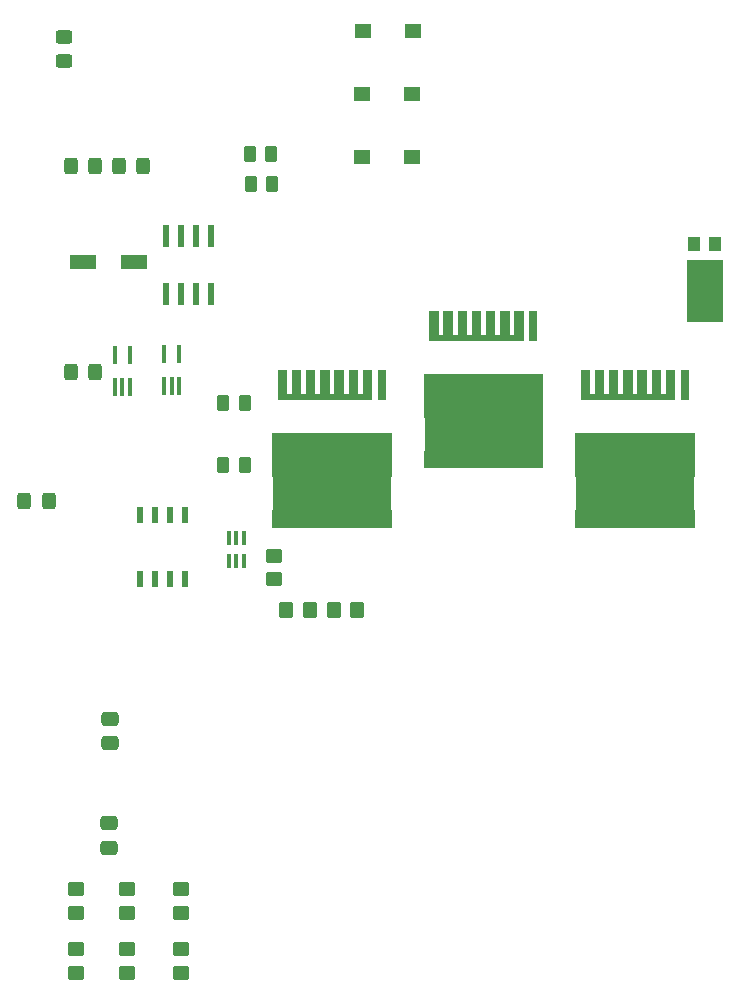
<source format=gbr>
%TF.GenerationSoftware,KiCad,Pcbnew,8.0.3*%
%TF.CreationDate,2024-11-15T02:09:21-08:00*%
%TF.ProjectId,Power_Management,506f7765-725f-44d6-916e-6167656d656e,rev?*%
%TF.SameCoordinates,Original*%
%TF.FileFunction,Paste,Top*%
%TF.FilePolarity,Positive*%
%FSLAX46Y46*%
G04 Gerber Fmt 4.6, Leading zero omitted, Abs format (unit mm)*
G04 Created by KiCad (PCBNEW 8.0.3) date 2024-11-15 02:09:21*
%MOMM*%
%LPD*%
G01*
G04 APERTURE LIST*
G04 Aperture macros list*
%AMRoundRect*
0 Rectangle with rounded corners*
0 $1 Rounding radius*
0 $2 $3 $4 $5 $6 $7 $8 $9 X,Y pos of 4 corners*
0 Add a 4 corners polygon primitive as box body*
4,1,4,$2,$3,$4,$5,$6,$7,$8,$9,$2,$3,0*
0 Add four circle primitives for the rounded corners*
1,1,$1+$1,$2,$3*
1,1,$1+$1,$4,$5*
1,1,$1+$1,$6,$7*
1,1,$1+$1,$8,$9*
0 Add four rect primitives between the rounded corners*
20,1,$1+$1,$2,$3,$4,$5,0*
20,1,$1+$1,$4,$5,$6,$7,0*
20,1,$1+$1,$6,$7,$8,$9,0*
20,1,$1+$1,$8,$9,$2,$3,0*%
G04 Aperture macros list end*
%ADD10C,0.000000*%
%ADD11RoundRect,0.250000X0.450000X-0.325000X0.450000X0.325000X-0.450000X0.325000X-0.450000X-0.325000X0*%
%ADD12R,1.397000X1.219200*%
%ADD13RoundRect,0.250000X-0.450000X0.350000X-0.450000X-0.350000X0.450000X-0.350000X0.450000X0.350000X0*%
%ADD14R,0.990600X1.143000*%
%ADD15R,3.098800X5.207000*%
%ADD16RoundRect,0.250000X-0.325000X-0.450000X0.325000X-0.450000X0.325000X0.450000X-0.325000X0.450000X0*%
%ADD17RoundRect,0.250000X0.350000X0.450000X-0.350000X0.450000X-0.350000X-0.450000X0.350000X-0.450000X0*%
%ADD18RoundRect,0.250000X0.262500X0.450000X-0.262500X0.450000X-0.262500X-0.450000X0.262500X-0.450000X0*%
%ADD19R,0.800000X2.500000*%
%ADD20R,10.100005X7.999995*%
%ADD21R,0.533400X1.981200*%
%ADD22RoundRect,0.250000X-0.475000X0.337500X-0.475000X-0.337500X0.475000X-0.337500X0.475000X0.337500X0*%
%ADD23RoundRect,0.100000X0.100000X-0.650000X0.100000X0.650000X-0.100000X0.650000X-0.100000X-0.650000X0*%
%ADD24R,2.209800X1.168400*%
%ADD25RoundRect,0.250000X0.450000X-0.350000X0.450000X0.350000X-0.450000X0.350000X-0.450000X-0.350000X0*%
%ADD26RoundRect,0.250000X0.475000X-0.337500X0.475000X0.337500X-0.475000X0.337500X-0.475000X-0.337500X0*%
%ADD27R,0.533400X1.460500*%
%ADD28R,0.355600X1.168400*%
G04 APERTURE END LIST*
D10*
%TO.C,Q1*%
G36*
X184492004Y-134241996D02*
G01*
X183642005Y-134242002D01*
X183642005Y-137041997D01*
X184492004Y-137042001D01*
X184492004Y-138541998D01*
X174391998Y-138541998D01*
X174391998Y-137042001D01*
X175241997Y-137041997D01*
X175241997Y-134242002D01*
X174391998Y-134241996D01*
X174391998Y-130542003D01*
X184492004Y-130542003D01*
X184492004Y-134241996D01*
G37*
G36*
X175642000Y-127241999D02*
G01*
X176042000Y-127241999D01*
X176042002Y-125242000D01*
X176842000Y-125242000D01*
X176842000Y-127241999D01*
X177242000Y-127241999D01*
X177242000Y-125242000D01*
X178041999Y-125242000D01*
X178042000Y-127241999D01*
X178442000Y-127241999D01*
X178442000Y-125242000D01*
X179242000Y-125242000D01*
X179242000Y-127241999D01*
X179642000Y-127241999D01*
X179642000Y-125242000D01*
X180442000Y-125242000D01*
X180442000Y-127241999D01*
X180842000Y-127241999D01*
X180842000Y-125242000D01*
X181642000Y-125242000D01*
X181642000Y-127241999D01*
X182042000Y-127241999D01*
X182042000Y-125242000D01*
X182842000Y-125242000D01*
X182842000Y-127742000D01*
X174842002Y-127742000D01*
X174842002Y-125242000D01*
X175642002Y-125242000D01*
X175642000Y-127241999D01*
G37*
%TO.C,Q3*%
G36*
X210146004Y-134241996D02*
G01*
X209296005Y-134242002D01*
X209296005Y-137041997D01*
X210146004Y-137042001D01*
X210146004Y-138541998D01*
X200045998Y-138541998D01*
X200045998Y-137042001D01*
X200895997Y-137041997D01*
X200895997Y-134242002D01*
X200045998Y-134241996D01*
X200045998Y-130542003D01*
X210146004Y-130542003D01*
X210146004Y-134241996D01*
G37*
G36*
X201296000Y-127241999D02*
G01*
X201696000Y-127241999D01*
X201696002Y-125242000D01*
X202496000Y-125242000D01*
X202496000Y-127241999D01*
X202896000Y-127241999D01*
X202896000Y-125242000D01*
X203695999Y-125242000D01*
X203696000Y-127241999D01*
X204096000Y-127241999D01*
X204096000Y-125242000D01*
X204896000Y-125242000D01*
X204896000Y-127241999D01*
X205296000Y-127241999D01*
X205296000Y-125242000D01*
X206096000Y-125242000D01*
X206096000Y-127241999D01*
X206496000Y-127241999D01*
X206496000Y-125242000D01*
X207296000Y-125242000D01*
X207296000Y-127241999D01*
X207696000Y-127241999D01*
X207696000Y-125242000D01*
X208496000Y-125242000D01*
X208496000Y-127742000D01*
X200496002Y-127742000D01*
X200496002Y-125242000D01*
X201296002Y-125242000D01*
X201296000Y-127241999D01*
G37*
%TO.C,Q2*%
G36*
X197328003Y-129239996D02*
G01*
X196478004Y-129240002D01*
X196478004Y-132039997D01*
X197328003Y-132040001D01*
X197328003Y-133539998D01*
X187227997Y-133539998D01*
X187227997Y-132040001D01*
X188077996Y-132039997D01*
X188077996Y-129240002D01*
X187227997Y-129239996D01*
X187227997Y-125540003D01*
X197328003Y-125540003D01*
X197328003Y-129239996D01*
G37*
G36*
X188477999Y-122239999D02*
G01*
X188877999Y-122239999D01*
X188878001Y-120240000D01*
X189677999Y-120240000D01*
X189677999Y-122239999D01*
X190077999Y-122239999D01*
X190077999Y-120240000D01*
X190877998Y-120240000D01*
X190877999Y-122239999D01*
X191277999Y-122239999D01*
X191277999Y-120240000D01*
X192077999Y-120240000D01*
X192077999Y-122239999D01*
X192477999Y-122239999D01*
X192477999Y-120240000D01*
X193277999Y-120240000D01*
X193277999Y-122239999D01*
X193677999Y-122239999D01*
X193677999Y-120240000D01*
X194477999Y-120240000D01*
X194477999Y-122239999D01*
X194877999Y-122239999D01*
X194877999Y-120240000D01*
X195677999Y-120240000D01*
X195677999Y-122740000D01*
X187678001Y-122740000D01*
X187678001Y-120240000D01*
X188478001Y-120240000D01*
X188477999Y-122239999D01*
G37*
%TD*%
D11*
%TO.C,D2*%
X156718000Y-99069000D03*
X156718000Y-97019000D03*
%TD*%
D12*
%TO.C,C7*%
X181965600Y-101854000D03*
X186182000Y-101854000D03*
%TD*%
D13*
%TO.C,R9*%
X166624000Y-169180000D03*
X166624000Y-171180000D03*
%TD*%
D14*
%TO.C,CR1*%
X211898002Y-114554000D03*
X210058000Y-114554000D03*
D15*
X210978001Y-118541800D03*
%TD*%
D12*
%TO.C,C9*%
X181965600Y-107188000D03*
X186182000Y-107188000D03*
%TD*%
D13*
%TO.C,R11*%
X166624000Y-174260000D03*
X166624000Y-176260000D03*
%TD*%
D16*
%TO.C,D3*%
X161382600Y-107950000D03*
X163432600Y-107950000D03*
%TD*%
D17*
%TO.C,R5*%
X181594000Y-145542000D03*
X179594000Y-145542000D03*
%TD*%
D13*
%TO.C,R12*%
X162052000Y-174244000D03*
X162052000Y-176244000D03*
%TD*%
D18*
%TO.C,TH2*%
X172056750Y-133252000D03*
X170231750Y-133252000D03*
%TD*%
%TO.C,TH1*%
X172056750Y-128016000D03*
X170231750Y-128016000D03*
%TD*%
D19*
%TO.C,Q1*%
X183642000Y-126492000D03*
X182442000Y-126492000D03*
X181242000Y-126492000D03*
X180042000Y-126492000D03*
X178842000Y-126492000D03*
X177642000Y-126492000D03*
X176442002Y-126492000D03*
X175242002Y-126492000D03*
D20*
X179442001Y-134542000D03*
%TD*%
D13*
%TO.C,R7*%
X157734000Y-169180000D03*
X157734000Y-171180000D03*
%TD*%
D21*
%TO.C,U6*%
X169164000Y-113868200D03*
X167894000Y-113868200D03*
X166624000Y-113868200D03*
X165354000Y-113868200D03*
X165354000Y-118795800D03*
X166624000Y-118795800D03*
X167894000Y-118795800D03*
X169164000Y-118795800D03*
%TD*%
D22*
%TO.C,C6*%
X160528000Y-163576000D03*
X160528000Y-165651000D03*
%TD*%
D23*
%TO.C,U5*%
X165212000Y-126552000D03*
X165862000Y-126552000D03*
X166512000Y-126552000D03*
X166512000Y-123892000D03*
X165212000Y-123892000D03*
%TD*%
D24*
%TO.C,C2*%
X158369000Y-116078000D03*
X162687000Y-116078000D03*
%TD*%
D16*
%TO.C,D5*%
X153398000Y-136296400D03*
X155448000Y-136296400D03*
%TD*%
%TO.C,D4*%
X157318600Y-125374400D03*
X159368600Y-125374400D03*
%TD*%
D25*
%TO.C,R13*%
X174548800Y-142935200D03*
X174548800Y-140935200D03*
%TD*%
D26*
%TO.C,C1*%
X160680400Y-156811800D03*
X160680400Y-154736800D03*
%TD*%
D18*
%TO.C,R15*%
X174291000Y-106934000D03*
X172466000Y-106934000D03*
%TD*%
D23*
%TO.C,U4*%
X161036000Y-126612000D03*
X161686000Y-126612000D03*
X162336000Y-126612000D03*
X162336000Y-123952000D03*
X161036000Y-123952000D03*
%TD*%
D27*
%TO.C,U2*%
X167005000Y-137483850D03*
X165735000Y-137483850D03*
X164465000Y-137483850D03*
X163195000Y-137483850D03*
X163195000Y-142932150D03*
X164465000Y-142932150D03*
X165735000Y-142932150D03*
X167005000Y-142932150D03*
%TD*%
D17*
%TO.C,R6*%
X177546000Y-145542000D03*
X175546000Y-145542000D03*
%TD*%
D19*
%TO.C,Q3*%
X209296000Y-126492000D03*
X208096000Y-126492000D03*
X206896000Y-126492000D03*
X205696000Y-126492000D03*
X204496000Y-126492000D03*
X203296000Y-126492000D03*
X202096002Y-126492000D03*
X200896002Y-126492000D03*
D20*
X205096001Y-134542000D03*
%TD*%
D13*
%TO.C,R10*%
X157734000Y-174244000D03*
X157734000Y-176244000D03*
%TD*%
D12*
%TO.C,C8*%
X182041800Y-96520000D03*
X186258200Y-96520000D03*
%TD*%
D13*
%TO.C,R8*%
X162052000Y-169180000D03*
X162052000Y-171180000D03*
%TD*%
D19*
%TO.C,Q2*%
X196477999Y-121490000D03*
X195277999Y-121490000D03*
X194077999Y-121490000D03*
X192877999Y-121490000D03*
X191677999Y-121490000D03*
X190477999Y-121490000D03*
X189278001Y-121490000D03*
X188078001Y-121490000D03*
D20*
X192278000Y-129540000D03*
%TD*%
D16*
%TO.C,D7*%
X157309600Y-107899200D03*
X159359600Y-107899200D03*
%TD*%
D18*
%TO.C,R14*%
X174394500Y-109474000D03*
X172569500Y-109474000D03*
%TD*%
D28*
%TO.C,U3*%
X170688000Y-141401800D03*
X171337999Y-141401800D03*
X171987998Y-141401800D03*
X171987998Y-139446000D03*
X171337999Y-139446000D03*
X170688000Y-139446000D03*
%TD*%
M02*

</source>
